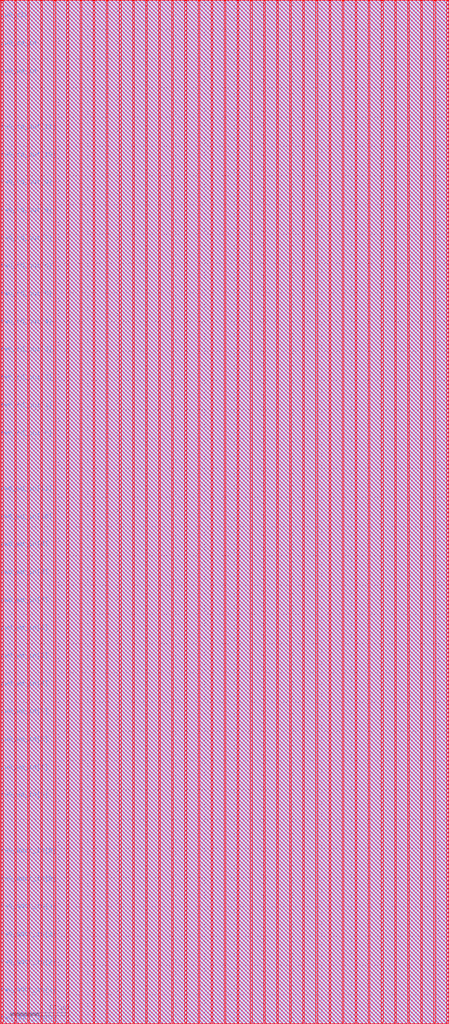
<source format=lef>
# Generated by FakeRAM 2.0
VERSION 5.7 ;
BUSBITCHARS "[]" ;
PROPERTYDEFINITIONS
  MACRO width INTEGER ;
  MACRO depth INTEGER ;
  MACRO banks INTEGER ;
END PROPERTYDEFINITIONS
MACRO liteeth_1rw1r_12w128d_sram
  PROPERTY width 12 ;
  PROPERTY depth 128 ;
  PROPERTY banks 1 ;
  FOREIGN liteeth_1rw1r_12w128d_sram 0 0 ;
  SYMMETRY X Y R90 ;
  SIZE 76.760 BY 175.000 ;
  CLASS BLOCK ;
  PIN r0_addr_in[0]
    DIRECTION INPUT ;
    USE SIGNAL ;
    SHAPE ABUTMENT ;
    PORT
      LAYER metal3 ;
      RECT 76.690 0.140 76.760 0.210 ;
    END
  END r0_addr_in[0]
  PIN r0_addr_in[1]
    DIRECTION INPUT ;
    USE SIGNAL ;
    SHAPE ABUTMENT ;
    PORT
      LAYER metal3 ;
      RECT 76.690 4.900 76.760 4.970 ;
    END
  END r0_addr_in[1]
  PIN r0_addr_in[2]
    DIRECTION INPUT ;
    USE SIGNAL ;
    SHAPE ABUTMENT ;
    PORT
      LAYER metal3 ;
      RECT 76.690 9.660 76.760 9.730 ;
    END
  END r0_addr_in[2]
  PIN r0_addr_in[3]
    DIRECTION INPUT ;
    USE SIGNAL ;
    SHAPE ABUTMENT ;
    PORT
      LAYER metal3 ;
      RECT 76.690 14.420 76.760 14.490 ;
    END
  END r0_addr_in[3]
  PIN r0_addr_in[4]
    DIRECTION INPUT ;
    USE SIGNAL ;
    SHAPE ABUTMENT ;
    PORT
      LAYER metal3 ;
      RECT 76.690 19.180 76.760 19.250 ;
    END
  END r0_addr_in[4]
  PIN r0_addr_in[5]
    DIRECTION INPUT ;
    USE SIGNAL ;
    SHAPE ABUTMENT ;
    PORT
      LAYER metal3 ;
      RECT 76.690 23.940 76.760 24.010 ;
    END
  END r0_addr_in[5]
  PIN r0_addr_in[6]
    DIRECTION INPUT ;
    USE SIGNAL ;
    SHAPE ABUTMENT ;
    PORT
      LAYER metal3 ;
      RECT 76.690 28.700 76.760 28.770 ;
    END
  END r0_addr_in[6]
  PIN r0_rd_out[0]
    DIRECTION OUTPUT ;
    USE SIGNAL ;
    SHAPE ABUTMENT ;
    PORT
      LAYER metal3 ;
      RECT 76.690 38.220 76.760 38.290 ;
    END
  END r0_rd_out[0]
  PIN r0_rd_out[1]
    DIRECTION OUTPUT ;
    USE SIGNAL ;
    SHAPE ABUTMENT ;
    PORT
      LAYER metal3 ;
      RECT 76.690 42.980 76.760 43.050 ;
    END
  END r0_rd_out[1]
  PIN r0_rd_out[2]
    DIRECTION OUTPUT ;
    USE SIGNAL ;
    SHAPE ABUTMENT ;
    PORT
      LAYER metal3 ;
      RECT 76.690 47.740 76.760 47.810 ;
    END
  END r0_rd_out[2]
  PIN r0_rd_out[3]
    DIRECTION OUTPUT ;
    USE SIGNAL ;
    SHAPE ABUTMENT ;
    PORT
      LAYER metal3 ;
      RECT 76.690 52.500 76.760 52.570 ;
    END
  END r0_rd_out[3]
  PIN r0_rd_out[4]
    DIRECTION OUTPUT ;
    USE SIGNAL ;
    SHAPE ABUTMENT ;
    PORT
      LAYER metal3 ;
      RECT 76.690 57.260 76.760 57.330 ;
    END
  END r0_rd_out[4]
  PIN r0_rd_out[5]
    DIRECTION OUTPUT ;
    USE SIGNAL ;
    SHAPE ABUTMENT ;
    PORT
      LAYER metal3 ;
      RECT 76.690 62.020 76.760 62.090 ;
    END
  END r0_rd_out[5]
  PIN r0_rd_out[6]
    DIRECTION OUTPUT ;
    USE SIGNAL ;
    SHAPE ABUTMENT ;
    PORT
      LAYER metal3 ;
      RECT 76.690 66.780 76.760 66.850 ;
    END
  END r0_rd_out[6]
  PIN r0_rd_out[7]
    DIRECTION OUTPUT ;
    USE SIGNAL ;
    SHAPE ABUTMENT ;
    PORT
      LAYER metal3 ;
      RECT 76.690 71.540 76.760 71.610 ;
    END
  END r0_rd_out[7]
  PIN r0_rd_out[8]
    DIRECTION OUTPUT ;
    USE SIGNAL ;
    SHAPE ABUTMENT ;
    PORT
      LAYER metal3 ;
      RECT 76.690 76.300 76.760 76.370 ;
    END
  END r0_rd_out[8]
  PIN r0_rd_out[9]
    DIRECTION OUTPUT ;
    USE SIGNAL ;
    SHAPE ABUTMENT ;
    PORT
      LAYER metal3 ;
      RECT 76.690 81.060 76.760 81.130 ;
    END
  END r0_rd_out[9]
  PIN r0_rd_out[10]
    DIRECTION OUTPUT ;
    USE SIGNAL ;
    SHAPE ABUTMENT ;
    PORT
      LAYER metal3 ;
      RECT 76.690 85.820 76.760 85.890 ;
    END
  END r0_rd_out[10]
  PIN r0_rd_out[11]
    DIRECTION OUTPUT ;
    USE SIGNAL ;
    SHAPE ABUTMENT ;
    PORT
      LAYER metal3 ;
      RECT 76.690 90.580 76.760 90.650 ;
    END
  END r0_rd_out[11]
  PIN r0_ce_in
    DIRECTION INPUT ;
    USE SIGNAL ;
    SHAPE ABUTMENT ;
    PORT
      LAYER metal3 ;
      RECT 76.690 100.100 76.760 100.170 ;
    END
  END r0_ce_in
  PIN r0_clk
    DIRECTION INPUT ;
    USE SIGNAL ;
    SHAPE ABUTMENT ;
    PORT
      LAYER metal3 ;
      RECT 76.690 104.860 76.760 104.930 ;
    END
  END r0_clk
  PIN rw0_addr_in[0]
    DIRECTION INPUT ;
    USE SIGNAL ;
    SHAPE ABUTMENT ;
    PORT
      LAYER metal3 ;
      RECT 0.000 0.140 0.070 0.210 ;
    END
  END rw0_addr_in[0]
  PIN rw0_addr_in[1]
    DIRECTION INPUT ;
    USE SIGNAL ;
    SHAPE ABUTMENT ;
    PORT
      LAYER metal3 ;
      RECT 0.000 4.900 0.070 4.970 ;
    END
  END rw0_addr_in[1]
  PIN rw0_addr_in[2]
    DIRECTION INPUT ;
    USE SIGNAL ;
    SHAPE ABUTMENT ;
    PORT
      LAYER metal3 ;
      RECT 0.000 9.660 0.070 9.730 ;
    END
  END rw0_addr_in[2]
  PIN rw0_addr_in[3]
    DIRECTION INPUT ;
    USE SIGNAL ;
    SHAPE ABUTMENT ;
    PORT
      LAYER metal3 ;
      RECT 0.000 14.420 0.070 14.490 ;
    END
  END rw0_addr_in[3]
  PIN rw0_addr_in[4]
    DIRECTION INPUT ;
    USE SIGNAL ;
    SHAPE ABUTMENT ;
    PORT
      LAYER metal3 ;
      RECT 0.000 19.180 0.070 19.250 ;
    END
  END rw0_addr_in[4]
  PIN rw0_addr_in[5]
    DIRECTION INPUT ;
    USE SIGNAL ;
    SHAPE ABUTMENT ;
    PORT
      LAYER metal3 ;
      RECT 0.000 23.940 0.070 24.010 ;
    END
  END rw0_addr_in[5]
  PIN rw0_addr_in[6]
    DIRECTION INPUT ;
    USE SIGNAL ;
    SHAPE ABUTMENT ;
    PORT
      LAYER metal3 ;
      RECT 0.000 28.700 0.070 28.770 ;
    END
  END rw0_addr_in[6]
  PIN rw0_wd_in[0]
    DIRECTION INPUT ;
    USE SIGNAL ;
    SHAPE ABUTMENT ;
    PORT
      LAYER metal3 ;
      RECT 0.000 38.220 0.070 38.290 ;
    END
  END rw0_wd_in[0]
  PIN rw0_wd_in[1]
    DIRECTION INPUT ;
    USE SIGNAL ;
    SHAPE ABUTMENT ;
    PORT
      LAYER metal3 ;
      RECT 0.000 42.980 0.070 43.050 ;
    END
  END rw0_wd_in[1]
  PIN rw0_wd_in[2]
    DIRECTION INPUT ;
    USE SIGNAL ;
    SHAPE ABUTMENT ;
    PORT
      LAYER metal3 ;
      RECT 0.000 47.740 0.070 47.810 ;
    END
  END rw0_wd_in[2]
  PIN rw0_wd_in[3]
    DIRECTION INPUT ;
    USE SIGNAL ;
    SHAPE ABUTMENT ;
    PORT
      LAYER metal3 ;
      RECT 0.000 52.500 0.070 52.570 ;
    END
  END rw0_wd_in[3]
  PIN rw0_wd_in[4]
    DIRECTION INPUT ;
    USE SIGNAL ;
    SHAPE ABUTMENT ;
    PORT
      LAYER metal3 ;
      RECT 0.000 57.260 0.070 57.330 ;
    END
  END rw0_wd_in[4]
  PIN rw0_wd_in[5]
    DIRECTION INPUT ;
    USE SIGNAL ;
    SHAPE ABUTMENT ;
    PORT
      LAYER metal3 ;
      RECT 0.000 62.020 0.070 62.090 ;
    END
  END rw0_wd_in[5]
  PIN rw0_wd_in[6]
    DIRECTION INPUT ;
    USE SIGNAL ;
    SHAPE ABUTMENT ;
    PORT
      LAYER metal3 ;
      RECT 0.000 66.780 0.070 66.850 ;
    END
  END rw0_wd_in[6]
  PIN rw0_wd_in[7]
    DIRECTION INPUT ;
    USE SIGNAL ;
    SHAPE ABUTMENT ;
    PORT
      LAYER metal3 ;
      RECT 0.000 71.540 0.070 71.610 ;
    END
  END rw0_wd_in[7]
  PIN rw0_wd_in[8]
    DIRECTION INPUT ;
    USE SIGNAL ;
    SHAPE ABUTMENT ;
    PORT
      LAYER metal3 ;
      RECT 0.000 76.300 0.070 76.370 ;
    END
  END rw0_wd_in[8]
  PIN rw0_wd_in[9]
    DIRECTION INPUT ;
    USE SIGNAL ;
    SHAPE ABUTMENT ;
    PORT
      LAYER metal3 ;
      RECT 0.000 81.060 0.070 81.130 ;
    END
  END rw0_wd_in[9]
  PIN rw0_wd_in[10]
    DIRECTION INPUT ;
    USE SIGNAL ;
    SHAPE ABUTMENT ;
    PORT
      LAYER metal3 ;
      RECT 0.000 85.820 0.070 85.890 ;
    END
  END rw0_wd_in[10]
  PIN rw0_wd_in[11]
    DIRECTION INPUT ;
    USE SIGNAL ;
    SHAPE ABUTMENT ;
    PORT
      LAYER metal3 ;
      RECT 0.000 90.580 0.070 90.650 ;
    END
  END rw0_wd_in[11]
  PIN rw0_rd_out[0]
    DIRECTION OUTPUT ;
    USE SIGNAL ;
    SHAPE ABUTMENT ;
    PORT
      LAYER metal3 ;
      RECT 0.000 100.100 0.070 100.170 ;
    END
  END rw0_rd_out[0]
  PIN rw0_rd_out[1]
    DIRECTION OUTPUT ;
    USE SIGNAL ;
    SHAPE ABUTMENT ;
    PORT
      LAYER metal3 ;
      RECT 0.000 104.860 0.070 104.930 ;
    END
  END rw0_rd_out[1]
  PIN rw0_rd_out[2]
    DIRECTION OUTPUT ;
    USE SIGNAL ;
    SHAPE ABUTMENT ;
    PORT
      LAYER metal3 ;
      RECT 0.000 109.620 0.070 109.690 ;
    END
  END rw0_rd_out[2]
  PIN rw0_rd_out[3]
    DIRECTION OUTPUT ;
    USE SIGNAL ;
    SHAPE ABUTMENT ;
    PORT
      LAYER metal3 ;
      RECT 0.000 114.380 0.070 114.450 ;
    END
  END rw0_rd_out[3]
  PIN rw0_rd_out[4]
    DIRECTION OUTPUT ;
    USE SIGNAL ;
    SHAPE ABUTMENT ;
    PORT
      LAYER metal3 ;
      RECT 0.000 119.140 0.070 119.210 ;
    END
  END rw0_rd_out[4]
  PIN rw0_rd_out[5]
    DIRECTION OUTPUT ;
    USE SIGNAL ;
    SHAPE ABUTMENT ;
    PORT
      LAYER metal3 ;
      RECT 0.000 123.900 0.070 123.970 ;
    END
  END rw0_rd_out[5]
  PIN rw0_rd_out[6]
    DIRECTION OUTPUT ;
    USE SIGNAL ;
    SHAPE ABUTMENT ;
    PORT
      LAYER metal3 ;
      RECT 0.000 128.660 0.070 128.730 ;
    END
  END rw0_rd_out[6]
  PIN rw0_rd_out[7]
    DIRECTION OUTPUT ;
    USE SIGNAL ;
    SHAPE ABUTMENT ;
    PORT
      LAYER metal3 ;
      RECT 0.000 133.420 0.070 133.490 ;
    END
  END rw0_rd_out[7]
  PIN rw0_rd_out[8]
    DIRECTION OUTPUT ;
    USE SIGNAL ;
    SHAPE ABUTMENT ;
    PORT
      LAYER metal3 ;
      RECT 0.000 138.180 0.070 138.250 ;
    END
  END rw0_rd_out[8]
  PIN rw0_rd_out[9]
    DIRECTION OUTPUT ;
    USE SIGNAL ;
    SHAPE ABUTMENT ;
    PORT
      LAYER metal3 ;
      RECT 0.000 142.940 0.070 143.010 ;
    END
  END rw0_rd_out[9]
  PIN rw0_rd_out[10]
    DIRECTION OUTPUT ;
    USE SIGNAL ;
    SHAPE ABUTMENT ;
    PORT
      LAYER metal3 ;
      RECT 0.000 147.700 0.070 147.770 ;
    END
  END rw0_rd_out[10]
  PIN rw0_rd_out[11]
    DIRECTION OUTPUT ;
    USE SIGNAL ;
    SHAPE ABUTMENT ;
    PORT
      LAYER metal3 ;
      RECT 0.000 152.460 0.070 152.530 ;
    END
  END rw0_rd_out[11]
  PIN rw0_we_in
    DIRECTION INPUT ;
    USE SIGNAL ;
    SHAPE ABUTMENT ;
    PORT
      LAYER metal3 ;
      RECT 0.000 161.980 0.070 162.050 ;
    END
  END rw0_we_in
  PIN rw0_ce_in
    DIRECTION INPUT ;
    USE SIGNAL ;
    SHAPE ABUTMENT ;
    PORT
      LAYER metal3 ;
      RECT 0.000 166.740 0.070 166.810 ;
    END
  END rw0_ce_in
  PIN rw0_clk
    DIRECTION INPUT ;
    USE SIGNAL ;
    SHAPE ABUTMENT ;
    PORT
      LAYER metal3 ;
      RECT 0.000 171.500 0.070 171.570 ;
    END
  END rw0_clk
  PIN VSS
    DIRECTION INOUT ;
    USE GROUND ;
    PORT
      LAYER metal4 ;
      RECT 0.210 0.140 0.490 174.860 ;
      RECT 2.450 0.140 2.730 174.860 ;
      RECT 4.690 0.140 4.970 174.860 ;
      RECT 6.930 0.140 7.210 174.860 ;
      RECT 9.170 0.140 9.450 174.860 ;
      RECT 11.410 0.140 11.690 174.860 ;
      RECT 13.650 0.140 13.930 174.860 ;
      RECT 15.890 0.140 16.170 174.860 ;
      RECT 18.130 0.140 18.410 174.860 ;
      RECT 20.370 0.140 20.650 174.860 ;
      RECT 22.610 0.140 22.890 174.860 ;
      RECT 24.850 0.140 25.130 174.860 ;
      RECT 27.090 0.140 27.370 174.860 ;
      RECT 29.330 0.140 29.610 174.860 ;
      RECT 31.570 0.140 31.850 174.860 ;
      RECT 33.810 0.140 34.090 174.860 ;
      RECT 36.050 0.140 36.330 174.860 ;
      RECT 38.290 0.140 38.570 174.860 ;
      RECT 40.530 0.140 40.810 174.860 ;
      RECT 42.770 0.140 43.050 174.860 ;
      RECT 45.010 0.140 45.290 174.860 ;
      RECT 47.250 0.140 47.530 174.860 ;
      RECT 49.490 0.140 49.770 174.860 ;
      RECT 51.730 0.140 52.010 174.860 ;
      RECT 53.970 0.140 54.250 174.860 ;
      RECT 56.210 0.140 56.490 174.860 ;
      RECT 58.450 0.140 58.730 174.860 ;
      RECT 60.690 0.140 60.970 174.860 ;
      RECT 62.930 0.140 63.210 174.860 ;
      RECT 65.170 0.140 65.450 174.860 ;
      RECT 67.410 0.140 67.690 174.860 ;
      RECT 69.650 0.140 69.930 174.860 ;
      RECT 71.890 0.140 72.170 174.860 ;
      RECT 74.130 0.140 74.410 174.860 ;
      RECT 76.370 0.140 76.650 174.860 ;
    END
  END VSS
  PIN VDD
    DIRECTION INOUT ;
    USE POWER ;
    PORT
      LAYER metal4 ;
      RECT 0.210 0.140 0.490 174.860 ;
      RECT 2.450 0.140 2.730 174.860 ;
      RECT 4.690 0.140 4.970 174.860 ;
      RECT 6.930 0.140 7.210 174.860 ;
      RECT 9.170 0.140 9.450 174.860 ;
      RECT 11.410 0.140 11.690 174.860 ;
      RECT 13.650 0.140 13.930 174.860 ;
      RECT 15.890 0.140 16.170 174.860 ;
      RECT 18.130 0.140 18.410 174.860 ;
      RECT 20.370 0.140 20.650 174.860 ;
      RECT 22.610 0.140 22.890 174.860 ;
      RECT 24.850 0.140 25.130 174.860 ;
      RECT 27.090 0.140 27.370 174.860 ;
      RECT 29.330 0.140 29.610 174.860 ;
      RECT 31.570 0.140 31.850 174.860 ;
      RECT 33.810 0.140 34.090 174.860 ;
      RECT 36.050 0.140 36.330 174.860 ;
      RECT 38.290 0.140 38.570 174.860 ;
      RECT 40.530 0.140 40.810 174.860 ;
      RECT 42.770 0.140 43.050 174.860 ;
      RECT 45.010 0.140 45.290 174.860 ;
      RECT 47.250 0.140 47.530 174.860 ;
      RECT 49.490 0.140 49.770 174.860 ;
      RECT 51.730 0.140 52.010 174.860 ;
      RECT 53.970 0.140 54.250 174.860 ;
      RECT 56.210 0.140 56.490 174.860 ;
      RECT 58.450 0.140 58.730 174.860 ;
      RECT 60.690 0.140 60.970 174.860 ;
      RECT 62.930 0.140 63.210 174.860 ;
      RECT 65.170 0.140 65.450 174.860 ;
      RECT 67.410 0.140 67.690 174.860 ;
      RECT 69.650 0.140 69.930 174.860 ;
      RECT 71.890 0.140 72.170 174.860 ;
      RECT 74.130 0.140 74.410 174.860 ;
      RECT 76.370 0.140 76.650 174.860 ;
    END
  END VDD
  OBS
    LAYER metal1 ;
    RECT 0 0 76.760 175.000 ;
    LAYER metal2 ;
    RECT 0 0 76.760 175.000 ;
    LAYER metal3 ;
    RECT 0 0 76.760 175.000 ;
    LAYER metal4 ;
    RECT 0 0 76.760 175.000 ;
    LAYER OVERLAP ;
    RECT 0 0 76.760 175.000 ;
  END
END liteeth_1rw1r_12w128d_sram

END LIBRARY

</source>
